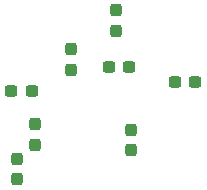
<source format=gbp>
G04 #@! TF.GenerationSoftware,KiCad,Pcbnew,6.0.9-8da3e8f707~116~ubuntu20.04.1*
G04 #@! TF.CreationDate,2022-12-06T17:06:51+01:00*
G04 #@! TF.ProjectId,iqdac,69716461-632e-46b6-9963-61645f706362,rev?*
G04 #@! TF.SameCoordinates,Original*
G04 #@! TF.FileFunction,Paste,Bot*
G04 #@! TF.FilePolarity,Positive*
%FSLAX46Y46*%
G04 Gerber Fmt 4.6, Leading zero omitted, Abs format (unit mm)*
G04 Created by KiCad (PCBNEW 6.0.9-8da3e8f707~116~ubuntu20.04.1) date 2022-12-06 17:06:51*
%MOMM*%
%LPD*%
G01*
G04 APERTURE LIST*
G04 Aperture macros list*
%AMRoundRect*
0 Rectangle with rounded corners*
0 $1 Rounding radius*
0 $2 $3 $4 $5 $6 $7 $8 $9 X,Y pos of 4 corners*
0 Add a 4 corners polygon primitive as box body*
4,1,4,$2,$3,$4,$5,$6,$7,$8,$9,$2,$3,0*
0 Add four circle primitives for the rounded corners*
1,1,$1+$1,$2,$3*
1,1,$1+$1,$4,$5*
1,1,$1+$1,$6,$7*
1,1,$1+$1,$8,$9*
0 Add four rect primitives between the rounded corners*
20,1,$1+$1,$2,$3,$4,$5,0*
20,1,$1+$1,$4,$5,$6,$7,0*
20,1,$1+$1,$6,$7,$8,$9,0*
20,1,$1+$1,$8,$9,$2,$3,0*%
G04 Aperture macros list end*
%ADD10RoundRect,0.237500X0.300000X0.237500X-0.300000X0.237500X-0.300000X-0.237500X0.300000X-0.237500X0*%
%ADD11RoundRect,0.237500X0.237500X-0.300000X0.237500X0.300000X-0.237500X0.300000X-0.237500X-0.300000X0*%
%ADD12RoundRect,0.237500X-0.237500X0.300000X-0.237500X-0.300000X0.237500X-0.300000X0.237500X0.300000X0*%
%ADD13RoundRect,0.237500X-0.300000X-0.237500X0.300000X-0.237500X0.300000X0.237500X-0.300000X0.237500X0*%
G04 APERTURE END LIST*
D10*
X176376500Y-70104000D03*
X174651500Y-70104000D03*
D11*
X161290000Y-78359000D03*
X161290000Y-76634000D03*
X162814000Y-75438000D03*
X162814000Y-73713000D03*
X170942000Y-75893000D03*
X170942000Y-74168000D03*
D12*
X169672000Y-64061000D03*
X169672000Y-65786000D03*
D10*
X162507000Y-70866000D03*
X160782000Y-70866000D03*
D13*
X169063500Y-68834000D03*
X170788500Y-68834000D03*
D11*
X165862000Y-69088000D03*
X165862000Y-67363000D03*
M02*

</source>
